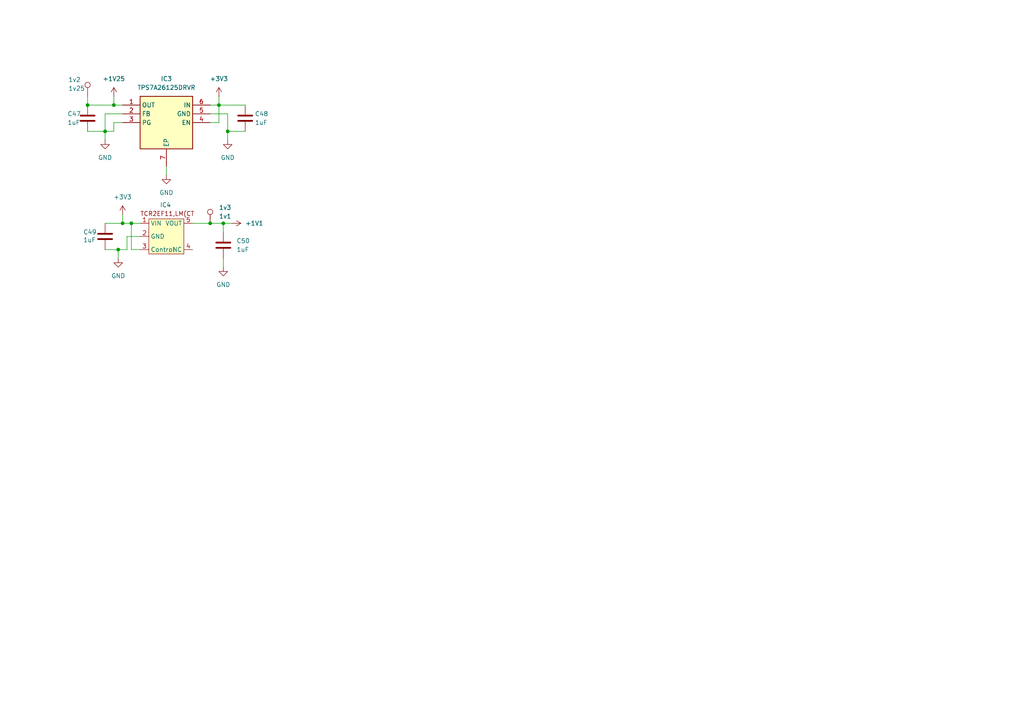
<source format=kicad_sch>
(kicad_sch (version 20250114) (generator "eeschema") (generator_version "9.0")
  (paper "A4")
  (lib_symbols
    (symbol "Device:C" (pin_numbers (hide yes)) (pin_names (offset 0.254))
      (property "Reference" "C" (at 0.635 2.54 0))
      (property "Value" "C" (at 0.635 -2.54 0))
      (symbol "C_0_1"
        (polyline (pts (xy -2.032 0.762) (xy 2.032 0.762)) (stroke (width 0.508)))
        (polyline (pts (xy -2.032 -0.762) (xy 2.032 -0.762)) (stroke (width 0.508)))
      )
      (symbol "C_1_1"
        (pin passive line (at 0 3.81 270) (length 2.794) (name "~") (number "1"))
        (pin passive line (at 0 -3.81 90) (length 2.794) (name "~") (number "2"))
      )
    )
    (symbol "TestPoint_1" (pin_numbers (hide yes)) (pin_names (offset 0.762) (hide yes))
      (property "Reference" "TP" (at 0 6.858 0))
      (property "Value" "TestPoint" (at 0 5.08 0))
      (symbol "TestPoint_1_0_1"
        (circle (center 0 3.302) (radius 0.762))
      )
      (symbol "TestPoint_1_1_1"
        (pin passive line (at 0 0 90) (length 2.54) (name "1") (number "1"))
      )
    )
    (symbol "power:+1V0" (power) (pin_numbers (hide yes)) (pin_names (offset 0) (hide yes))
      (property "Value" "+1V0" (at 0 3.556 0))
      (symbol "+1V0_0_1"
        (polyline (pts (xy -0.762 1.27) (xy 0 2.54)))
        (polyline (pts (xy 0 2.54) (xy 0.762 1.27)))
        (polyline (pts (xy 0 0) (xy 0 2.54)))
      )
      (symbol "+1V0_1_1"
        (pin power_in line (at 0 0 90) (length 0) (name "~") (number "1"))
      )
    )
    (symbol "power:+1V2" (power) (pin_numbers (hide yes)) (pin_names (offset 0) (hide yes))
      (property "Value" "+1V2" (at 0 3.556 0))
      (symbol "+1V2_0_1"
        (polyline (pts (xy -0.762 1.27) (xy 0 2.54)))
        (polyline (pts (xy 0 2.54) (xy 0.762 1.27)))
        (polyline (pts (xy 0 0) (xy 0 2.54)))
      )
      (symbol "+1V2_1_1"
        (pin power_in line (at 0 0 90) (length 0) (name "~") (number "1"))
      )
    )
    (symbol "power:+3V3" (power) (pin_numbers (hide yes)) (pin_names (offset 0) (hide yes))
      (property "Value" "+3V3" (at 0 3.556 0))
      (symbol "+3V3_0_1"
        (polyline (pts (xy -0.762 1.27) (xy 0 2.54)))
        (polyline (pts (xy 0 2.54) (xy 0.762 1.27)))
        (polyline (pts (xy 0 0) (xy 0 2.54)))
      )
      (symbol "+3V3_1_1"
        (pin power_in line (at 0 0 90) (length 0) (name "~") (number "1"))
      )
    )
    (symbol "power:GND" (power) (pin_numbers (hide yes)) (pin_names (offset 0) (hide yes))
      (property "Value" "GND" (at 0 -3.81 0))
      (symbol "GND_0_1"
        (polyline (pts (xy 0 0) (xy 0 -1.27) (xy 1.27 -1.27) (xy 0 -2.54) (xy -1.27 -1.27) (xy 0 -1.27)))
      )
      (symbol "GND_1_1"
        (pin power_in line (at 0 0 270) (length 0) (name "~") (number "1"))
      )
    )
    (symbol "wiiu-reg:TCR2EF11,LM(CT_"
      (property "Reference" "IC" (at 1.778 2.54 0))
      (symbol "TCR2EF11,LM(CT__1_1"
        (rectangle (start -2.54 -1.27) (end 7.62 -11.43) (fill (type color) (color 255 255 194 1)))
        (text "TCR2EF11,LM(CT " (at 3.302 0.254 0) (effects (font (size 1.27 1.27))))
        (pin power_in line (at -5.08 -2.54 0) (length 2.54) (name "VIN") (number "1"))
        (pin power_in line (at -5.08 -6.35 0) (length 2.54) (name "GND") (number "2"))
        (pin input line (at -5.08 -10.16 0) (length 2.54) (name "Control") (number "3"))
        (pin power_out line (at 10.16 -2.54 180) (length 2.54) (name "VOUT") (number "5"))
        (pin input line (at 10.16 -10.16 180) (length 2.54) (name "NC") (number "4"))
      )
    )
    (symbol "wiiu-reg:TPS7A26125DRVR"
      (property "Reference" "IC" (at 4.572 8.382 0))
      (property "Value" "TPS7A26125DRVR" (at 4.572 5.842 0))
      (symbol "TPS7A26125DRVR_1_1"
        (rectangle (start 5.08 2.54) (end 20.32 -12.7) (stroke (width 0.254)) (fill (type background)))
        (pin passive line (at 0 0 0) (length 5.08) (name "OUT") (number "1"))
        (pin passive line (at 0 -2.54 0) (length 5.08) (name "FB") (number "2"))
        (pin passive line (at 0 -5.08 0) (length 5.08) (name "PG") (number "3"))
        (pin passive line (at 12.7 -17.78 90) (length 5.08) (name "EP") (number "7"))
        (pin passive line (at 25.4 0 180) (length 5.08) (name "IN") (number "6"))
        (pin passive line (at 25.4 -2.54 180) (length 5.08) (name "GND") (number "5"))
        (pin passive line (at 25.4 -5.08 180) (length 5.08) (name "EN") (number "4"))
      )
    )
  )
  (junction (at 66.04 38.1))
  (junction (at 35.56 64.77))
  (junction (at 30.48 38.1))
  (junction (at 38.1 64.77))
  (junction (at 64.77 64.77))
  (junction (at 60.96 64.77))
  (junction (at 34.29 72.39))
  (junction (at 25.4 30.48))
  (junction (at 63.5 30.48))
  (junction (at 33.02 30.48))
  (wire (pts (xy 66.04 38.1) (xy 71.12 38.1)))
  (wire (pts (xy 35.56 35.56) (xy 33.02 35.56)))
  (wire (pts (xy 60.96 30.48) (xy 63.5 30.48)))
  (wire (pts (xy 64.77 74.93) (xy 64.77 77.47)))
  (wire (pts (xy 55.88 64.77) (xy 60.96 64.77)))
  (wire (pts (xy 34.29 74.93) (xy 34.29 72.39)))
  (wire (pts (xy 35.56 62.23) (xy 35.56 64.77)))
  (wire (pts (xy 35.56 33.02) (xy 30.48 33.02)))
  (wire (pts (xy 34.29 72.39) (xy 36.83 72.39)))
  (wire (pts (xy 25.4 38.1) (xy 30.48 38.1)))
  (wire (pts (xy 30.48 72.39) (xy 34.29 72.39)))
  (wire (pts (xy 64.77 64.77) (xy 67.31 64.77)))
  (wire (pts (xy 33.02 35.56) (xy 33.02 38.1)))
  (wire (pts (xy 30.48 33.02) (xy 30.48 38.1)))
  (wire (pts (xy 33.02 38.1) (xy 30.48 38.1)))
  (wire (pts (xy 30.48 40.64) (xy 30.48 38.1)))
  (wire (pts (xy 36.83 72.39) (xy 36.83 68.58)))
  (wire (pts (xy 30.48 64.77) (xy 35.56 64.77)))
  (wire (pts (xy 36.83 68.58) (xy 40.64 68.58)))
  (wire (pts (xy 25.4 27.94) (xy 25.4 30.48)))
  (wire (pts (xy 40.64 72.39) (xy 38.1 72.39)))
  (wire (pts (xy 60.96 64.77) (xy 64.77 64.77)))
  (wire (pts (xy 63.5 30.48) (xy 63.5 27.94)))
  (wire (pts (xy 33.02 27.94) (xy 33.02 30.48)))
  (wire (pts (xy 38.1 72.39) (xy 38.1 64.77)))
  (wire (pts (xy 66.04 40.64) (xy 66.04 38.1)))
  (wire (pts (xy 63.5 30.48) (xy 71.12 30.48)))
  (wire (pts (xy 35.56 64.77) (xy 38.1 64.77)))
  (wire (pts (xy 38.1 64.77) (xy 40.64 64.77)))
  (wire (pts (xy 60.96 35.56) (xy 63.5 35.56)))
  (wire (pts (xy 33.02 30.48) (xy 35.56 30.48)))
  (wire (pts (xy 60.96 33.02) (xy 66.04 33.02)))
  (wire (pts (xy 48.26 48.26) (xy 48.26 50.8)))
  (wire (pts (xy 66.04 33.02) (xy 66.04 38.1)))
  (wire (pts (xy 25.4 30.48) (xy 33.02 30.48)))
  (wire (pts (xy 63.5 35.56) (xy 63.5 30.48)))
  (wire (pts (xy 64.77 67.31) (xy 64.77 64.77)))
  (symbol (lib_id "Device:C") (at 64.77 71.12 0) (unit 1)
    (property "Reference" "C50" (at 68.58 69.8499 0) (effects (justify left)))
    (property "Value" "1uF" (at 68.58 72.3899 0) (effects (justify left)))
    (property "Footprint" "Capacitor_SMD:C_0402_1005Metric" (effects (hide yes)))
    (property "Description" "Unpolarized capacitor" (effects (hide yes)))
  )
  (symbol (lib_id "Device:C") (at 30.48 68.58 0) (unit 1)
    (property "Reference" "C49" (at 24.13 67.31 0) (effects (justify left)))
    (property "Value" "1uF" (at 24.13 69.596 0) (effects (justify left)))
    (property "Footprint" "Capacitor_SMD:C_0402_1005Metric" (effects (hide yes)))
    (property "Description" "Unpolarized capacitor" (effects (hide yes)))
  )
  (symbol (lib_id "power:GND") (at 64.77 77.47 0) (unit 1)
    (property "Reference" "#PWR031" (effects (hide yes)))
    (property "Value" "GND" (at 64.77 82.55 0))
    (property "Description" "Power symbol creates a global label with name \"GND\" , ground" (effects (hide yes)))
  )
  (symbol (lib_id "power:+1V2") (at 33.02 27.94 0) (unit 1)
    (property "Reference" "#PWR023" (effects (hide yes)))
    (property "Value" "+1V25" (at 33.02 22.86 0))
    (property "Description" "Power symbol creates a global label with name \"+1V2\"" (effects (hide yes)))
  )
  (symbol (lib_id "wiiu-reg:TCR2EF11,LM(CT_") (at 45.72 62.23 0) (unit 1)
    (property "Reference" "IC4" (at 48.006 59.436 0))
    (property "Value" "~" (at 49.022 59.69 0))
    (property "Footprint" "Package_TO_SOT_SMD:SOT-23-5" (effects (hide yes)))
  )
  (symbol (lib_id "power:GND") (at 34.29 74.93 0) (unit 1)
    (property "Reference" "#PWR030" (effects (hide yes)))
    (property "Value" "GND" (at 34.29 80.01 0))
    (property "Description" "Power symbol creates a global label with name \"GND\" , ground" (effects (hide yes)))
  )
  (symbol (lib_id "power:+1V0") (at 67.31 64.77 270) (unit 1)
    (property "Reference" "#PWR029" (effects (hide yes)))
    (property "Value" "+1V1" (at 71.12 64.7699 90) (effects (justify left)))
    (property "Description" "Power symbol creates a global label with name \"+1V0\"" (effects (hide yes)))
  )
  (symbol (lib_id "power:GND") (at 48.26 50.8 0) (unit 1)
    (property "Reference" "#PWR027" (effects (hide yes)))
    (property "Value" "GND" (at 48.26 55.88 0))
    (property "Description" "Power symbol creates a global label with name \"GND\" , ground" (effects (hide yes)))
  )
  (symbol (lib_id "Device:C") (at 71.12 34.29 0) (unit 1)
    (property "Reference" "C48" (at 73.914 33.02 0) (effects (justify left)))
    (property "Value" "1uF" (at 73.914 35.56 0) (effects (justify left)))
    (property "Footprint" "Capacitor_SMD:C_0402_1005Metric" (effects (hide yes)))
    (property "Description" "Unpolarized capacitor" (effects (hide yes)))
  )
  (symbol (lib_id "Device:C") (at 25.4 34.29 0) (unit 1)
    (property "Reference" "C47" (at 19.558 33.02 0) (effects (justify left)))
    (property "Value" "1uF" (at 19.558 35.56 0) (effects (justify left)))
    (property "Footprint" "Capacitor_SMD:C_0402_1005Metric" (effects (hide yes)))
    (property "Description" "Unpolarized capacitor" (effects (hide yes)))
  )
  (symbol (lib_id "power:+3V3") (at 63.5 27.94 0) (unit 1)
    (property "Reference" "#PWR024" (effects (hide yes)))
    (property "Value" "+3V3" (at 63.5 22.86 0))
    (property "Description" "Power symbol creates a global label with name \"+3V3\"" (effects (hide yes)))
  )
  (symbol (lib_id "wiiu-reg:TPS7A26125DRVR") (at 35.56 30.48 0) (unit 1)
    (property "Reference" "IC3" (at 48.26 22.86 0))
    (property "Value" "TPS7A26125DRVR" (at 48.26 25.4 0))
    (property "Footprint" "wiiu-reg:TPS7A26125DRVR" (effects (hide yes)))
    (property "Datasheet" "http://www.ti.com/general/docs/suppproductinfo.tsp?distId=10&gotoUrl=http%3A%2F%2Fwww.ti.com%2Flit%2Fgpn%2Ftps7a26" (effects (hide yes)))
    (property "Height" "0.8" (effects (hide yes)))
    (property "Mouser Part Number" "595-TPS7A26125DRVR" (effects (hide yes)))
    (property "Mouser Price/Stock" "https://www.mouser.co.uk/ProductDetail/Texas-Instruments/TPS7A26125DRVR?qs=OTrKUuiFdkaKC4hPCnN74g%3D%3D" (effects (hide yes)))
    (property "Manufacturer_Name" "Texas Instruments" (effects (hide yes)))
    (property "Manufacturer_Part_Number" "TPS7A26125DRVR" (effects (hide yes)))
  )
  (symbol (lib_id "power:GND") (at 66.04 40.64 0) (unit 1)
    (property "Reference" "#PWR026" (effects (hide yes)))
    (property "Value" "GND" (at 66.04 45.72 0))
    (property "Description" "Power symbol creates a global label with name \"GND\" , ground" (effects (hide yes)))
  )
  (symbol (lib_id "power:+3V3") (at 35.56 62.23 0) (unit 1)
    (property "Reference" "#PWR028" (effects (hide yes)))
    (property "Value" "+3V3" (at 35.56 57.15 0))
    (property "Description" "Power symbol creates a global label with name \"+3V3\"" (effects (hide yes)))
  )
  (symbol (lib_name "TestPoint_1") (lib_id "Connector:TestPoint") (at 25.4 27.94 0) (unit 1)
    (property "Reference" "1v2" (at 19.812 23.114 0) (effects (justify left)))
    (property "Value" "1v25" (at 19.812 25.654 0) (effects (justify left)))
    (property "Footprint" "TestPoint:TestPoint_Pad_1.5x1.5mm" (effects (hide yes)))
    (property "Description" "test point" (effects (hide yes)))
  )
  (symbol (lib_id "power:GND") (at 30.48 40.64 0) (unit 1)
    (property "Reference" "#PWR025" (effects (hide yes)))
    (property "Value" "GND" (at 30.48 45.72 0))
    (property "Description" "Power symbol creates a global label with name \"GND\" , ground" (effects (hide yes)))
  )
  (symbol (lib_name "TestPoint_1") (lib_id "Connector:TestPoint") (at 60.96 64.77 0) (unit 1)
    (property "Reference" "1v3" (at 63.5 60.1979 0) (effects (justify left)))
    (property "Value" "1v1" (at 63.5 62.7379 0) (effects (justify left)))
    (property "Footprint" "TestPoint:TestPoint_Pad_1.5x1.5mm" (effects (hide yes)))
    (property "Description" "test point" (effects (hide yes)))
  )
)
</source>
